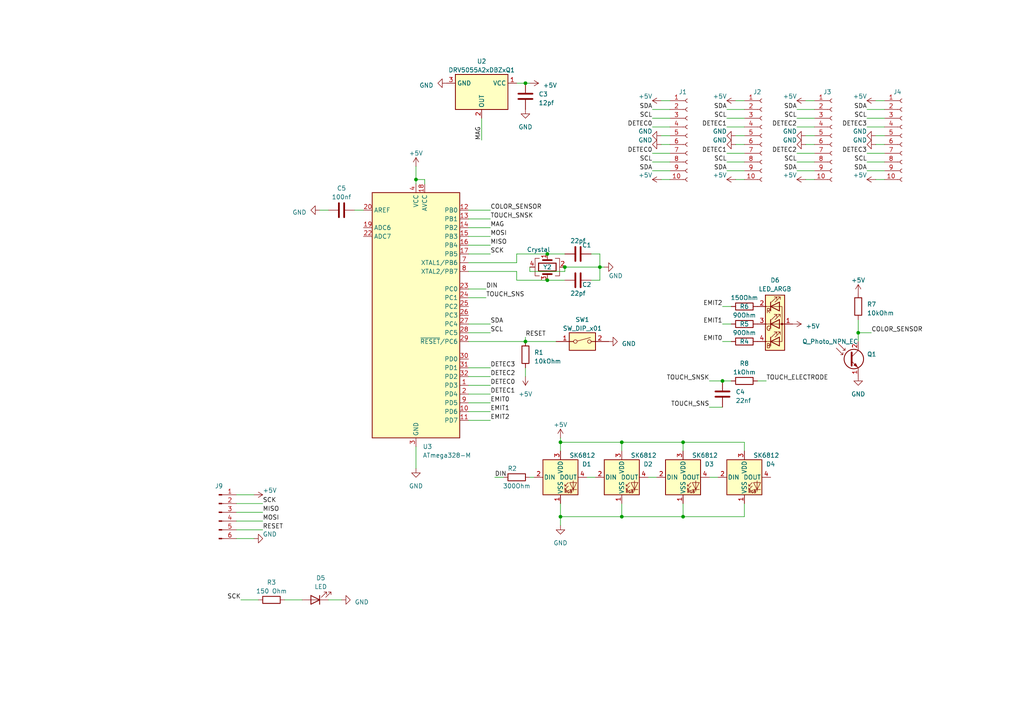
<source format=kicad_sch>
(kicad_sch (version 20230121) (generator eeschema)
  (paper "A4")
  (lib_symbols
    (symbol "Connector:Conn_01x06_Pin" (pin_names (offset 1.016) hide)
      (property "Reference" "J" (at 0 7.62 0))
      (property "Value" "Conn_01x06_Pin" (at 0 -10.16 0))
      (symbol "Conn_01x06_Pin_1_1"
        (polyline (pts (xy 1.27 -7.62) (xy 0.8636 -7.62)) (stroke (width 0.1524)))
        (polyline (pts (xy 1.27 -5.08) (xy 0.8636 -5.08)) (stroke (width 0.1524)))
        (polyline (pts (xy 1.27 -2.54) (xy 0.8636 -2.54)) (stroke (width 0.1524)))
        (polyline (pts (xy 1.27 0) (xy 0.8636 0)) (stroke (width 0.1524)))
        (polyline (pts (xy 1.27 2.54) (xy 0.8636 2.54)) (stroke (width 0.1524)))
        (polyline (pts (xy 1.27 5.08) (xy 0.8636 5.08)) (stroke (width 0.1524)))
        (rectangle (start 0.8636 -7.493) (end 0 -7.747) (stroke (width 0.1524)) (fill (type outline)))
        (rectangle (start 0.8636 -4.953) (end 0 -5.207) (stroke (width 0.1524)) (fill (type outline)))
        (rectangle (start 0.8636 -2.413) (end 0 -2.667) (stroke (width 0.1524)) (fill (type outline)))
        (rectangle (start 0.8636 0.127) (end 0 -0.127) (stroke (width 0.1524)) (fill (type outline)))
        (rectangle (start 0.8636 2.667) (end 0 2.413) (stroke (width 0.1524)) (fill (type outline)))
        (rectangle (start 0.8636 5.207) (end 0 4.953) (stroke (width 0.1524)) (fill (type outline)))
        (pin passive line (at 5.08 5.08 180) (length 3.81) (name "Pin_1") (number "1"))
        (pin passive line (at 5.08 2.54 180) (length 3.81) (name "Pin_2") (number "2"))
        (pin passive line (at 5.08 0 180) (length 3.81) (name "Pin_3") (number "3"))
        (pin passive line (at 5.08 -2.54 180) (length 3.81) (name "Pin_4") (number "4"))
        (pin passive line (at 5.08 -5.08 180) (length 3.81) (name "Pin_5") (number "5"))
        (pin passive line (at 5.08 -7.62 180) (length 3.81) (name "Pin_6") (number "6"))
      )
    )
    (symbol "Connector:Conn_01x10_Socket" (pin_names (offset 1.016) hide)
      (property "Reference" "J" (at 0 12.7 0))
      (property "Value" "Conn_01x10_Socket" (at 0 -15.24 0))
      (symbol "Conn_01x10_Socket_1_1"
        (arc (start 0 -12.192) (mid -0.5058 -12.7) (end 0 -13.208) (stroke (width 0.1524)))
        (arc (start 0 -9.652) (mid -0.5058 -10.16) (end 0 -10.668) (stroke (width 0.1524)))
        (arc (start 0 -7.112) (mid -0.5058 -7.62) (end 0 -8.128) (stroke (width 0.1524)))
        (arc (start 0 -4.572) (mid -0.5058 -5.08) (end 0 -5.588) (stroke (width 0.1524)))
        (arc (start 0 -2.032) (mid -0.5058 -2.54) (end 0 -3.048) (stroke (width 0.1524)))
        (polyline (pts (xy -1.27 -12.7) (xy -0.508 -12.7)) (stroke (width 0.1524)))
        (polyline (pts (xy -1.27 -10.16) (xy -0.508 -10.16)) (stroke (width 0.1524)))
        (polyline (pts (xy -1.27 -7.62) (xy -0.508 -7.62)) (stroke (width 0.1524)))
        (polyline (pts (xy -1.27 -5.08) (xy -0.508 -5.08)) (stroke (width 0.1524)))
        (polyline (pts (xy -1.27 -2.54) (xy -0.508 -2.54)) (stroke (width 0.1524)))
        (polyline (pts (xy -1.27 0) (xy -0.508 0)) (stroke (width 0.1524)))
        (polyline (pts (xy -1.27 2.54) (xy -0.508 2.54)) (stroke (width 0.1524)))
        (polyline (pts (xy -1.27 5.08) (xy -0.508 5.08)) (stroke (width 0.1524)))
        (polyline (pts (xy -1.27 7.62) (xy -0.508 7.62)) (stroke (width 0.1524)))
        (polyline (pts (xy -1.27 10.16) (xy -0.508 10.16)) (stroke (width 0.1524)))
        (arc (start 0 0.508) (mid -0.5058 0) (end 0 -0.508) (stroke (width 0.1524)))
        (arc (start 0 3.048) (mid -0.5058 2.54) (end 0 2.032) (stroke (width 0.1524)))
        (arc (start 0 5.588) (mid -0.5058 5.08) (end 0 4.572) (stroke (width 0.1524)))
        (arc (start 0 8.128) (mid -0.5058 7.62) (end 0 7.112) (stroke (width 0.1524)))
        (arc (start 0 10.668) (mid -0.5058 10.16) (end 0 9.652) (stroke (width 0.1524)))
        (pin passive line (at -5.08 10.16 0) (length 3.81) (name "Pin_1") (number "1"))
        (pin passive line (at -5.08 -12.7 0) (length 3.81) (name "Pin_10") (number "10"))
        (pin passive line (at -5.08 7.62 0) (length 3.81) (name "Pin_2") (number "2"))
        (pin passive line (at -5.08 5.08 0) (length 3.81) (name "Pin_3") (number "3"))
        (pin passive line (at -5.08 2.54 0) (length 3.81) (name "Pin_4") (number "4"))
        (pin passive line (at -5.08 0 0) (length 3.81) (name "Pin_5") (number "5"))
        (pin passive line (at -5.08 -2.54 0) (length 3.81) (name "Pin_6") (number "6"))
        (pin passive line (at -5.08 -5.08 0) (length 3.81) (name "Pin_7") (number "7"))
        (pin passive line (at -5.08 -7.62 0) (length 3.81) (name "Pin_8") (number "8"))
        (pin passive line (at -5.08 -10.16 0) (length 3.81) (name "Pin_9") (number "9"))
      )
    )
    (symbol "Device:C" (pin_numbers hide) (pin_names (offset 0.254))
      (property "Reference" "C" (at 0.635 2.54 0))
      (property "Value" "C" (at 0.635 -2.54 0))
      (symbol "C_0_1"
        (polyline (pts (xy -2.032 -0.762) (xy 2.032 -0.762)) (stroke (width 0.508)))
        (polyline (pts (xy -2.032 0.762) (xy 2.032 0.762)) (stroke (width 0.508)))
      )
      (symbol "C_1_1"
        (pin passive line (at 0 3.81 270) (length 2.794) (name "~") (number "1"))
        (pin passive line (at 0 -3.81 90) (length 2.794) (name "~") (number "2"))
      )
    )
    (symbol "Device:Crystal_GND24" (pin_names (offset 1.016) hide)
      (property "Reference" "Y" (at 3.175 5.08 0))
      (property "Value" "Crystal_GND24" (at 3.175 3.175 0))
      (symbol "Crystal_GND24_0_1"
        (rectangle (start -1.143 2.54) (end 1.143 -2.54) (stroke (width 0.3048)))
        (polyline (pts (xy -2.54 0) (xy -2.032 0)))
        (polyline (pts (xy -2.032 -1.27) (xy -2.032 1.27)) (stroke (width 0.508)))
        (polyline (pts (xy 0 -3.81) (xy 0 -3.556)))
        (polyline (pts (xy 0 3.556) (xy 0 3.81)))
        (polyline (pts (xy 2.032 -1.27) (xy 2.032 1.27)) (stroke (width 0.508)))
        (polyline (pts (xy 2.032 0) (xy 2.54 0)))
        (polyline (pts (xy -2.54 -2.286) (xy -2.54 -3.556) (xy 2.54 -3.556) (xy 2.54 -2.286)))
        (polyline (pts (xy -2.54 2.286) (xy -2.54 3.556) (xy 2.54 3.556) (xy 2.54 2.286)))
      )
      (symbol "Crystal_GND24_1_1"
        (pin passive line (at -3.81 0 0) (length 1.27) (name "1") (number "1"))
        (pin passive line (at 0 5.08 270) (length 1.27) (name "2") (number "2"))
        (pin passive line (at 3.81 0 180) (length 1.27) (name "3") (number "3"))
        (pin passive line (at 0 -5.08 90) (length 1.27) (name "4") (number "4"))
      )
    )
    (symbol "Device:LED" (pin_numbers hide) (pin_names (offset 1.016) hide)
      (property "Reference" "D" (at 0 2.54 0))
      (property "Value" "LED" (at 0 -2.54 0))
      (symbol "LED_0_1"
        (polyline (pts (xy -1.27 -1.27) (xy -1.27 1.27)) (stroke (width 0.254)))
        (polyline (pts (xy -1.27 0) (xy 1.27 0)))
        (polyline (pts (xy 1.27 -1.27) (xy 1.27 1.27) (xy -1.27 0) (xy 1.27 -1.27)) (stroke (width 0.254)))
        (polyline (pts (xy -3.048 -0.762) (xy -4.572 -2.286) (xy -3.81 -2.286) (xy -4.572 -2.286) (xy -4.572 -1.524)))
        (polyline (pts (xy -1.778 -0.762) (xy -3.302 -2.286) (xy -2.54 -2.286) (xy -3.302 -2.286) (xy -3.302 -1.524)))
      )
      (symbol "LED_1_1"
        (pin passive line (at -3.81 0 0) (length 2.54) (name "K") (number "1"))
        (pin passive line (at 3.81 0 180) (length 2.54) (name "A") (number "2"))
      )
    )
    (symbol "Device:LED_ARGB" (pin_names (offset 0) hide)
      (property "Reference" "D" (at 0 9.398 0))
      (property "Value" "LED_ARGB" (at 0 -8.89 0))
      (symbol "LED_ARGB_0_0"
        (text "B" (at -1.905 -6.35 0) (effects (font (size 1.27 1.27))))
        (text "G" (at -1.905 -1.27 0) (effects (font (size 1.27 1.27))))
        (text "R" (at -1.905 3.81 0) (effects (font (size 1.27 1.27))))
      )
      (symbol "LED_ARGB_0_1"
        (polyline (pts (xy -1.27 -5.08) (xy -2.54 -5.08)))
        (polyline (pts (xy -1.27 -5.08) (xy 1.27 -5.08)))
        (polyline (pts (xy -1.27 -3.81) (xy -1.27 -6.35)) (stroke (width 0.254)))
        (polyline (pts (xy -1.27 0) (xy -2.54 0)))
        (polyline (pts (xy -1.27 1.27) (xy -1.27 -1.27)) (stroke (width 0.254)))
        (polyline (pts (xy -1.27 5.08) (xy -2.54 5.08)))
        (polyline (pts (xy -1.27 5.08) (xy 1.27 5.08)))
        (polyline (pts (xy -1.27 6.35) (xy -1.27 3.81)) (stroke (width 0.254)))
        (polyline (pts (xy 1.27 0) (xy -1.27 0)))
        (polyline (pts (xy 1.27 0) (xy 2.54 0)))
        (polyline (pts (xy -1.27 1.27) (xy -1.27 -1.27) (xy -1.27 -1.27)))
        (polyline (pts (xy -1.27 6.35) (xy -1.27 3.81) (xy -1.27 3.81)))
        (polyline (pts (xy 1.27 -5.08) (xy 2.032 -5.08) (xy 2.032 5.08) (xy 1.27 5.08)))
        (polyline (pts (xy 1.27 -3.81) (xy 1.27 -6.35) (xy -1.27 -5.08) (xy 1.27 -3.81)) (stroke (width 0.254)))
        (polyline (pts (xy 1.27 1.27) (xy 1.27 -1.27) (xy -1.27 0) (xy 1.27 1.27)) (stroke (width 0.254)))
        (polyline (pts (xy 1.27 6.35) (xy 1.27 3.81) (xy -1.27 5.08) (xy 1.27 6.35)) (stroke (width 0.254)))
        (polyline (pts (xy -1.016 -3.81) (xy 0.508 -2.286) (xy -0.254 -2.286) (xy 0.508 -2.286) (xy 0.508 -3.048)))
        (polyline (pts (xy -1.016 1.27) (xy 0.508 2.794) (xy -0.254 2.794) (xy 0.508 2.794) (xy 0.508 2.032)))
        (polyline (pts (xy -1.016 6.35) (xy 0.508 7.874) (xy -0.254 7.874) (xy 0.508 7.874) (xy 0.508 7.112)))
        (polyline (pts (xy 0 -3.81) (xy 1.524 -2.286) (xy 0.762 -2.286) (xy 1.524 -2.286) (xy 1.524 -3.048)))
        (polyline (pts (xy 0 1.27) (xy 1.524 2.794) (xy 0.762 2.794) (xy 1.524 2.794) (xy 1.524 2.032)))
        (polyline (pts (xy 0 6.35) (xy 1.524 7.874) (xy 0.762 7.874) (xy 1.524 7.874) (xy 1.524 7.112)))
        (rectangle (start 1.27 -1.27) (end 1.27 1.27))
        (rectangle (start 1.27 1.27) (end 1.27 1.27))
        (rectangle (start 1.27 3.81) (end 1.27 6.35))
        (rectangle (start 1.27 6.35) (end 1.27 6.35))
        (circle (center 2.032 0) (radius 0.254) (fill (type outline)))
        (rectangle (start 2.794 8.382) (end -2.794 -7.62) (stroke (width 0.254)) (fill (type background)))
      )
      (symbol "LED_ARGB_1_1"
        (pin passive line (at 5.08 0 180) (length 2.54) (name "A") (number "1"))
        (pin passive line (at -5.08 5.08 0) (length 2.54) (name "RK") (number "2"))
        (pin passive line (at -5.08 0 0) (length 2.54) (name "GK") (number "3"))
        (pin passive line (at -5.08 -5.08 0) (length 2.54) (name "BK") (number "4"))
      )
    )
    (symbol "Device:Q_Photo_NPN_EC" (pin_names (offset 0) hide)
      (property "Reference" "Q" (at 5.08 1.27 0))
      (property "Value" "Q_Photo_NPN_EC" (at 5.08 -1.27 0))
      (symbol "Q_Photo_NPN_EC_0_1"
        (polyline (pts (xy -1.905 1.27) (xy -2.54 1.27)))
        (polyline (pts (xy -1.27 2.54) (xy -1.905 2.54)))
        (polyline (pts (xy 0.635 0.635) (xy 2.54 2.54)))
        (polyline (pts (xy -3.81 3.175) (xy -1.905 1.27) (xy -1.905 1.905)))
        (polyline (pts (xy -3.175 4.445) (xy -1.27 2.54) (xy -1.27 3.175)))
        (polyline (pts (xy 0.635 -0.635) (xy 2.54 -2.54) (xy 2.54 -2.54)))
        (polyline (pts (xy 0.635 1.905) (xy 0.635 -1.905) (xy 0.635 -1.905)) (stroke (width 0.508)))
        (polyline (pts (xy 1.27 -1.778) (xy 1.778 -1.27) (xy 2.286 -2.286) (xy 1.27 -1.778) (xy 1.27 -1.778)) (fill (type outline)))
        (circle (center 1.27 0) (radius 2.8194) (stroke (width 0.254)))
      )
      (symbol "Q_Photo_NPN_EC_1_1"
        (pin passive line (at 2.54 -5.08 90) (length 2.54) (name "E") (number "1"))
        (pin passive line (at 2.54 5.08 270) (length 2.54) (name "C") (number "2"))
      )
    )
    (symbol "Device:R" (pin_numbers hide) (pin_names (offset 0))
      (property "Reference" "R" (at 2.032 0 90))
      (property "Value" "R" (at 0 0 90))
      (symbol "R_0_1"
        (rectangle (start -1.016 -2.54) (end 1.016 2.54) (stroke (width 0.254)))
      )
      (symbol "R_1_1"
        (pin passive line (at 0 3.81 270) (length 1.27) (name "~") (number "1"))
        (pin passive line (at 0 -3.81 90) (length 1.27) (name "~") (number "2"))
      )
    )
    (symbol "LED:SK6812" (pin_names (offset 0.254))
      (property "Reference" "D" (at 5.08 5.715 0))
      (property "Value" "SK6812" (at 1.27 -5.715 0))
      (symbol "SK6812_0_0"
        (text "RGB" (at 2.286 -4.191 0) (effects (font (size 0.762 0.762))))
      )
      (symbol "SK6812_0_1"
        (polyline (pts (xy 1.27 -3.556) (xy 1.778 -3.556)))
        (polyline (pts (xy 1.27 -2.54) (xy 1.778 -2.54)))
        (polyline (pts (xy 4.699 -3.556) (xy 2.667 -3.556)))
        (polyline (pts (xy 2.286 -2.54) (xy 1.27 -3.556) (xy 1.27 -3.048)))
        (polyline (pts (xy 2.286 -1.524) (xy 1.27 -2.54) (xy 1.27 -2.032)))
        (polyline (pts (xy 3.683 -1.016) (xy 3.683 -3.556) (xy 3.683 -4.064)))
        (polyline (pts (xy 4.699 -1.524) (xy 2.667 -1.524) (xy 3.683 -3.556) (xy 4.699 -1.524)))
        (rectangle (start 5.08 5.08) (end -5.08 -5.08) (stroke (width 0.254)) (fill (type background)))
      )
      (symbol "SK6812_1_1"
        (pin power_in line (at 0 -7.62 90) (length 2.54) (name "VSS") (number "1"))
        (pin input line (at -7.62 0 0) (length 2.54) (name "DIN") (number "2"))
        (pin power_in line (at 0 7.62 270) (length 2.54) (name "VDD") (number "3"))
        (pin output line (at 7.62 0 180) (length 2.54) (name "DOUT") (number "4"))
      )
    )
    (symbol "MCU_Microchip_ATmega:ATmega328-M"
      (property "Reference" "U" (at -12.7 36.83 0))
      (property "Value" "ATmega328-M" (at 2.54 -36.83 0))
      (symbol "ATmega328-M_0_1"
        (rectangle (start -12.7 -35.56) (end 12.7 35.56) (stroke (width 0.254)) (fill (type background)))
      )
      (symbol "ATmega328-M_1_1"
        (pin bidirectional line (at 15.24 -20.32 180) (length 2.54) (name "PD3") (number "1"))
        (pin bidirectional line (at 15.24 -27.94 180) (length 2.54) (name "PD6") (number "10"))
        (pin bidirectional line (at 15.24 -30.48 180) (length 2.54) (name "PD7") (number "11"))
        (pin bidirectional line (at 15.24 30.48 180) (length 2.54) (name "PB0") (number "12"))
        (pin bidirectional line (at 15.24 27.94 180) (length 2.54) (name "PB1") (number "13"))
        (pin bidirectional line (at 15.24 25.4 180) (length 2.54) (name "PB2") (number "14"))
        (pin bidirectional line (at 15.24 22.86 180) (length 2.54) (name "PB3") (number "15"))
        (pin bidirectional line (at 15.24 20.32 180) (length 2.54) (name "PB4") (number "16"))
        (pin bidirectional line (at 15.24 17.78 180) (length 2.54) (name "PB5") (number "17"))
        (pin power_in line (at 2.54 38.1 270) (length 2.54) (name "AVCC") (number "18"))
        (pin input line (at -15.24 25.4 0) (length 2.54) (name "ADC6") (number "19"))
        (pin bidirectional line (at 15.24 -22.86 180) (length 2.54) (name "PD4") (number "2"))
        (pin passive line (at -15.24 30.48 0) (length 2.54) (name "AREF") (number "20"))
        (pin passive line (at 0 -38.1 90) (length 2.54) hide (name "GND") (number "21"))
        (pin input line (at -15.24 22.86 0) (length 2.54) (name "ADC7") (number "22"))
        (pin bidirectional line (at 15.24 7.62 180) (length 2.54) (name "PC0") (number "23"))
        (pin bidirectional line (at 15.24 5.08 180) (length 2.54) (name "PC1") (number "24"))
        (pin bidirectional line (at 15.24 2.54 180) (length 2.54) (name "PC2") (number "25"))
        (pin bidirectional line (at 15.24 0 180) (length 2.54) (name "PC3") (number "26"))
        (pin bidirectional line (at 15.24 -2.54 180) (length 2.54) (name "PC4") (number "27"))
        (pin bidirectional line (at 15.24 -5.08 180) (length 2.54) (name "PC5") (number "28"))
        (pin bidirectional line (at 15.24 -7.62 180) (length 2.54) (name "~{RESET}/PC6") (number "29"))
        (pin power_in line (at 0 -38.1 90) (length 2.54) (name "GND") (number "3"))
        (pin bidirectional line (at 15.24 -12.7 180) (length 2.54) (name "PD0") (number "30"))
        (pin bidirectional line (at 15.24 -15.24 180) (length 2.54) (name "PD1") (number "31"))
        (pin bidirectional line (at 15.24 -17.78 180) (length 2.54) (name "PD2") (number "32"))
        (pin passive line (at 0 -38.1 90) (length 2.54) hide (name "GND") (number "33"))
        (pin power_in line (at 0 38.1 270) (length 2.54) (name "VCC") (number "4"))
        (pin passive line (at 0 -38.1 90) (length 2.54) hide (name "GND") (number "5"))
        (pin passive line (at 0 38.1 270) (length 2.54) hide (name "VCC") (number "6"))
        (pin bidirectional line (at 15.24 15.24 180) (length 2.54) (name "XTAL1/PB6") (number "7"))
        (pin bidirectional line (at 15.24 12.7 180) (length 2.54) (name "XTAL2/PB7") (number "8"))
        (pin bidirectional line (at 15.24 -25.4 180) (length 2.54) (name "PD5") (number "9"))
      )
    )
    (symbol "Sensor_Magnetic:DRV5055A2xDBZxQ1"
      (property "Reference" "U" (at 2.54 12.7 0))
      (property "Value" "DRV5055A2xDBZxQ1" (at 2.54 10.16 0))
      (symbol "DRV5055A2xDBZxQ1_1_1"
        (rectangle (start -5.08 7.62) (end 5.08 -7.62) (stroke (width 0.254)) (fill (type background)))
        (pin power_in line (at -2.54 10.16 270) (length 2.54) (name "VCC") (number "1"))
        (pin output line (at 7.62 0 180) (length 2.54) (name "OUT") (number "2"))
        (pin power_in line (at -2.54 -10.16 90) (length 2.54) (name "GND") (number "3"))
      )
    )
    (symbol "Switch:SW_DIP_x01" (pin_names (offset 0) hide)
      (property "Reference" "SW" (at 0 3.81 0))
      (property "Value" "SW_DIP_x01" (at 0 -3.81 0))
      (symbol "SW_DIP_x01_0_0"
        (circle (center -2.032 0) (radius 0.508))
        (polyline (pts (xy -1.524 0.127) (xy 2.3622 1.1684)))
        (circle (center 2.032 0) (radius 0.508))
      )
      (symbol "SW_DIP_x01_0_1"
        (rectangle (start -3.81 2.54) (end 3.81 -2.54) (stroke (width 0.254)) (fill (type background)))
      )
      (symbol "SW_DIP_x01_1_1"
        (pin passive line (at -7.62 0 0) (length 5.08) (name "~") (number "1"))
        (pin passive line (at 7.62 0 180) (length 5.08) (name "~") (number "2"))
      )
    )
    (symbol "power:+5V" (power) (pin_names (offset 0))
      (property "Value" "+5V" (at 0 3.556 0))
      (symbol "+5V_0_1"
        (polyline (pts (xy -0.762 1.27) (xy 0 2.54)))
        (polyline (pts (xy 0 0) (xy 0 2.54)))
        (polyline (pts (xy 0 2.54) (xy 0.762 1.27)))
      )
      (symbol "+5V_1_1"
        (pin power_in line (at 0 0 90) (length 0) hide (name "+5V") (number "1"))
      )
    )
    (symbol "power:GND" (power) (pin_names (offset 0))
      (property "Value" "GND" (at 0 -3.81 0))
      (symbol "GND_0_1"
        (polyline (pts (xy 0 0) (xy 0 -1.27) (xy 1.27 -1.27) (xy 0 -2.54) (xy -1.27 -1.27) (xy 0 -1.27)))
      )
      (symbol "GND_1_1"
        (pin power_in line (at 0 0 270) (length 0) hide (name "GND") (number "1"))
      )
    )
  )
  (junction (at 198.12 128.27))
  (junction (at 198.12 149.86))
  (junction (at 152.4 24.13))
  (junction (at 163.83 77.47))
  (junction (at 162.56 149.86))
  (junction (at 180.34 149.86))
  (junction (at 173.99 77.47))
  (junction (at 162.56 128.27))
  (junction (at 152.4 99.06))
  (junction (at 180.34 128.27))
  (junction (at 158.75 73.66))
  (junction (at 120.65 52.07))
  (junction (at 158.75 81.28))
  (junction (at 209.55 110.49))
  (junction (at 248.92 96.52))
  (wire (pts (xy 233.68 52.07) (xy 236.22 52.07)))
  (wire (pts (xy 215.9 128.27) (xy 215.9 130.81)))
  (wire (pts (xy 135.89 73.66) (xy 142.24 73.66)))
  (wire (pts (xy 251.46 44.45) (xy 256.54 44.45)))
  (wire (pts (xy 252.73 96.52) (xy 248.92 96.52)))
  (wire (pts (xy 152.4 99.06) (xy 161.29 99.06)))
  (wire (pts (xy 135.89 93.98) (xy 142.24 93.98)))
  (wire (pts (xy 256.54 49.53) (xy 251.46 49.53)))
  (wire (pts (xy 92.71 60.96) (xy 95.25 60.96)))
  (wire (pts (xy 120.65 135.89) (xy 120.65 129.54)))
  (wire (pts (xy 142.24 111.76) (xy 135.89 111.76)))
  (wire (pts (xy 210.82 44.45) (xy 215.9 44.45)))
  (wire (pts (xy 139.7 40.64) (xy 139.7 34.29)))
  (wire (pts (xy 187.96 138.43) (xy 190.5 138.43)))
  (wire (pts (xy 170.18 138.43) (xy 172.72 138.43)))
  (wire (pts (xy 140.97 83.82) (xy 135.89 83.82)))
  (wire (pts (xy 158.75 81.28) (xy 163.83 81.28)))
  (wire (pts (xy 209.55 110.49) (xy 212.09 110.49)))
  (wire (pts (xy 149.86 78.74) (xy 149.86 81.28)))
  (wire (pts (xy 191.77 52.07) (xy 194.31 52.07)))
  (wire (pts (xy 248.92 92.71) (xy 248.92 96.52)))
  (wire (pts (xy 99.06 173.99) (xy 95.25 173.99)))
  (wire (pts (xy 162.56 130.81) (xy 162.56 128.27)))
  (wire (pts (xy 236.22 31.75) (xy 231.14 31.75)))
  (wire (pts (xy 213.36 39.37) (xy 215.9 39.37)))
  (wire (pts (xy 153.67 138.43) (xy 154.94 138.43)))
  (wire (pts (xy 210.82 46.99) (xy 215.9 46.99)))
  (wire (pts (xy 173.99 77.47) (xy 173.99 73.66)))
  (wire (pts (xy 142.24 114.3) (xy 135.89 114.3)))
  (wire (pts (xy 142.24 116.84) (xy 135.89 116.84)))
  (wire (pts (xy 152.4 109.22) (xy 152.4 106.68)))
  (wire (pts (xy 162.56 128.27) (xy 180.34 128.27)))
  (wire (pts (xy 142.24 63.5) (xy 135.89 63.5)))
  (wire (pts (xy 254 29.21) (xy 256.54 29.21)))
  (wire (pts (xy 180.34 128.27) (xy 198.12 128.27)))
  (wire (pts (xy 123.19 52.07) (xy 123.19 53.34)))
  (wire (pts (xy 135.89 99.06) (xy 152.4 99.06)))
  (wire (pts (xy 191.77 29.21) (xy 194.31 29.21)))
  (wire (pts (xy 158.75 73.66) (xy 163.83 73.66)))
  (wire (pts (xy 171.45 81.28) (xy 173.99 81.28)))
  (wire (pts (xy 233.68 41.91) (xy 236.22 41.91)))
  (wire (pts (xy 120.65 52.07) (xy 123.19 52.07)))
  (wire (pts (xy 152.4 24.13) (xy 149.86 24.13)))
  (wire (pts (xy 215.9 31.75) (xy 210.82 31.75)))
  (wire (pts (xy 248.92 96.52) (xy 248.92 99.06)))
  (wire (pts (xy 205.74 138.43) (xy 208.28 138.43)))
  (wire (pts (xy 149.86 76.2) (xy 149.86 73.66)))
  (wire (pts (xy 205.74 110.49) (xy 209.55 110.49)))
  (wire (pts (xy 142.24 96.52) (xy 135.89 96.52)))
  (wire (pts (xy 143.51 138.43) (xy 146.05 138.43)))
  (wire (pts (xy 215.9 49.53) (xy 210.82 49.53)))
  (wire (pts (xy 213.36 52.07) (xy 215.9 52.07)))
  (wire (pts (xy 194.31 49.53) (xy 189.23 49.53)))
  (wire (pts (xy 149.86 81.28) (xy 158.75 81.28)))
  (wire (pts (xy 215.9 149.86) (xy 215.9 146.05)))
  (wire (pts (xy 135.89 71.12) (xy 142.24 71.12)))
  (wire (pts (xy 162.56 127) (xy 162.56 128.27)))
  (wire (pts (xy 163.83 78.74) (xy 163.83 77.47)))
  (wire (pts (xy 142.24 121.92) (xy 135.89 121.92)))
  (wire (pts (xy 173.99 77.47) (xy 173.99 81.28)))
  (wire (pts (xy 180.34 149.86) (xy 180.34 146.05)))
  (wire (pts (xy 198.12 128.27) (xy 215.9 128.27)))
  (wire (pts (xy 189.23 44.45) (xy 194.31 44.45)))
  (wire (pts (xy 251.46 34.29) (xy 256.54 34.29)))
  (wire (pts (xy 189.23 34.29) (xy 194.31 34.29)))
  (wire (pts (xy 209.55 99.06) (xy 212.09 99.06)))
  (wire (pts (xy 213.36 29.21) (xy 215.9 29.21)))
  (wire (pts (xy 120.65 52.07) (xy 120.65 53.34)))
  (wire (pts (xy 152.4 97.79) (xy 152.4 99.06)))
  (wire (pts (xy 69.85 173.99) (xy 74.93 173.99)))
  (wire (pts (xy 68.58 146.05) (xy 76.2 146.05)))
  (wire (pts (xy 233.68 39.37) (xy 236.22 39.37)))
  (wire (pts (xy 231.14 36.83) (xy 236.22 36.83)))
  (wire (pts (xy 231.14 44.45) (xy 236.22 44.45)))
  (wire (pts (xy 209.55 93.98) (xy 212.09 93.98)))
  (wire (pts (xy 163.83 77.47) (xy 173.99 77.47)))
  (wire (pts (xy 140.97 86.36) (xy 135.89 86.36)))
  (wire (pts (xy 198.12 149.86) (xy 215.9 149.86)))
  (wire (pts (xy 135.89 78.74) (xy 149.86 78.74)))
  (wire (pts (xy 142.24 109.22) (xy 135.89 109.22)))
  (wire (pts (xy 153.67 24.13) (xy 152.4 24.13)))
  (wire (pts (xy 135.89 68.58) (xy 142.24 68.58)))
  (wire (pts (xy 194.31 36.83) (xy 189.23 36.83)))
  (wire (pts (xy 254 41.91) (xy 256.54 41.91)))
  (wire (pts (xy 236.22 49.53) (xy 231.14 49.53)))
  (wire (pts (xy 189.23 46.99) (xy 194.31 46.99)))
  (wire (pts (xy 231.14 46.99) (xy 236.22 46.99)))
  (wire (pts (xy 149.86 73.66) (xy 158.75 73.66)))
  (wire (pts (xy 120.65 48.26) (xy 120.65 52.07)))
  (wire (pts (xy 68.58 143.51) (xy 73.66 143.51)))
  (wire (pts (xy 82.55 173.99) (xy 87.63 173.99)))
  (wire (pts (xy 153.67 78.74) (xy 153.67 77.47)))
  (wire (pts (xy 153.67 78.74) (xy 163.83 78.74)))
  (wire (pts (xy 135.89 76.2) (xy 149.86 76.2)))
  (wire (pts (xy 198.12 149.86) (xy 198.12 146.05)))
  (wire (pts (xy 191.77 41.91) (xy 194.31 41.91)))
  (wire (pts (xy 198.12 128.27) (xy 198.12 130.81)))
  (wire (pts (xy 68.58 153.67) (xy 76.2 153.67)))
  (wire (pts (xy 162.56 146.05) (xy 162.56 149.86)))
  (wire (pts (xy 180.34 128.27) (xy 180.34 130.81)))
  (wire (pts (xy 142.24 66.04) (xy 135.89 66.04)))
  (wire (pts (xy 142.24 106.68) (xy 135.89 106.68)))
  (wire (pts (xy 209.55 88.9) (xy 212.09 88.9)))
  (wire (pts (xy 210.82 34.29) (xy 215.9 34.29)))
  (wire (pts (xy 254 39.37) (xy 256.54 39.37)))
  (wire (pts (xy 189.23 31.75) (xy 194.31 31.75)))
  (wire (pts (xy 251.46 46.99) (xy 256.54 46.99)))
  (wire (pts (xy 219.71 110.49) (xy 222.25 110.49)))
  (wire (pts (xy 68.58 148.59) (xy 76.2 148.59)))
  (wire (pts (xy 142.24 60.96) (xy 135.89 60.96)))
  (wire (pts (xy 210.82 36.83) (xy 215.9 36.83)))
  (wire (pts (xy 175.26 77.47) (xy 173.99 77.47)))
  (wire (pts (xy 254 52.07) (xy 256.54 52.07)))
  (wire (pts (xy 142.24 119.38) (xy 135.89 119.38)))
  (wire (pts (xy 205.74 118.11) (xy 209.55 118.11)))
  (wire (pts (xy 233.68 29.21) (xy 236.22 29.21)))
  (wire (pts (xy 162.56 149.86) (xy 180.34 149.86)))
  (wire (pts (xy 213.36 41.91) (xy 215.9 41.91)))
  (wire (pts (xy 162.56 149.86) (xy 162.56 152.4)))
  (wire (pts (xy 256.54 31.75) (xy 251.46 31.75)))
  (wire (pts (xy 251.46 36.83) (xy 256.54 36.83)))
  (wire (pts (xy 68.58 151.13) (xy 76.2 151.13)))
  (wire (pts (xy 68.58 156.21) (xy 73.66 156.21)))
  (wire (pts (xy 180.34 149.86) (xy 198.12 149.86)))
  (wire (pts (xy 231.14 34.29) (xy 236.22 34.29)))
  (wire (pts (xy 102.87 60.96) (xy 105.41 60.96)))
  (wire (pts (xy 173.99 73.66) (xy 171.45 73.66)))
  (wire (pts (xy 191.77 39.37) (xy 194.31 39.37)))
  (label "DETEC2" (at 231.14 44.45 180))
  (label "DETEC0" (at 142.24 111.76 0))
  (label "TOUCH_SNSK" (at 205.74 110.49 180))
  (label "DETEC1" (at 210.82 44.45 180))
  (label "DETEC2" (at 231.14 36.83 180))
  (label "SCL" (at 251.46 46.99 180))
  (label "MISO" (at 76.2 148.59 0))
  (label "SDA" (at 210.82 31.75 180))
  (label "EMIT2" (at 209.55 88.9 180))
  (label "DETEC3" (at 251.46 36.83 180))
  (label "SDA" (at 210.82 49.53 180))
  (label "SCK" (at 76.2 146.05 0))
  (label "DIN" (at 140.97 83.82 0))
  (label "EMIT2" (at 142.24 121.92 0))
  (label "TOUCH_SNSK" (at 142.24 63.5 0))
  (label "SDA" (at 251.46 31.75 180))
  (label "RESET" (at 152.4 97.79 0))
  (label "DETEC3" (at 251.46 44.45 180))
  (label "SDA" (at 189.23 49.53 180))
  (label "SCL" (at 142.24 96.52 0))
  (label "SCL" (at 251.46 34.29 180))
  (label "MOSI" (at 142.24 68.58 0))
  (label "DETEC0" (at 189.23 36.83 180))
  (label "SCL" (at 210.82 46.99 180))
  (label "SDA" (at 251.46 49.53 180))
  (label "TOUCH_SNS" (at 140.97 86.36 0))
  (label "SCL" (at 231.14 46.99 180))
  (label "SDA" (at 231.14 31.75 180))
  (label "SCK" (at 69.85 173.99 180))
  (label "DETEC3" (at 142.24 106.68 0))
  (label "RESET" (at 76.2 153.67 0))
  (label "TOUCH_SNS" (at 205.74 118.11 180))
  (label "SDA" (at 231.14 49.53 180))
  (label "SCL" (at 210.82 34.29 180))
  (label "EMIT1" (at 209.55 93.98 180))
  (label "COLOR_SENSOR" (at 252.73 96.52 0))
  (label "DIN" (at 143.51 138.43 0))
  (label "EMIT1" (at 142.24 119.38 0))
  (label "EMIT0" (at 209.55 99.06 180))
  (label "DETEC0" (at 189.23 44.45 180))
  (label "TOUCH_ELECTRODE" (at 222.25 110.49 0))
  (label "DETEC1" (at 142.24 114.3 0))
  (label "SDA" (at 189.23 31.75 180))
  (label "SCK" (at 142.24 73.66 0))
  (label "DETEC2" (at 142.24 109.22 0))
  (label "SCL" (at 231.14 34.29 180))
  (label "MOSI" (at 76.2 151.13 0))
  (label "MAG" (at 139.7 40.64 90))
  (label "DETEC1" (at 210.82 36.83 180))
  (label "SCL" (at 189.23 46.99 180))
  (label "SDA" (at 142.24 93.98 0))
  (label "SCL" (at 189.23 34.29 180))
  (label "MAG" (at 142.24 66.04 0))
  (label "MISO" (at 142.24 71.12 0))
  (label "EMIT0" (at 142.24 116.84 0))
  (label "COLOR_SENSOR" (at 142.24 60.96 0))
  (symbol (lib_id "Sensor_Magnetic:DRV5055A2xDBZxQ1") (at 139.7 26.67 270) (unit 1)
    (property "Reference" "U2" (at 139.7 17.78 90))
    (property "Value" "DRV5055A2xDBZxQ1" (at 139.7 20.32 90))
    (property "Footprint" "Package_TO_SOT_SMD:SOT-23" (effects hide))
    (property "Datasheet" "https://www.ti.com/lit/ds/symlink/drv5055-q1.pdf" (effects hide))
  )
  (symbol (lib_id "power:GND") (at 73.66 156.21 90) (unit 1)
    (property "Reference" "#PWR024" (effects hide))
    (property "Value" "GND" (at 76.2 154.94 90) (effects (justify right)))
  )
  (symbol (lib_id "Device:LED") (at 91.44 173.99 180) (unit 1)
    (property "Reference" "D5" (at 93.0275 167.64 0))
    (property "Value" "LED" (at 93.0275 170.18 0))
    (property "Footprint" "LED_SMD:LED_0603_1608Metric_Pad1.05x0.95mm_HandSolder" (effects hide))
  )
  (symbol (lib_id "LED:SK6812") (at 180.34 138.43 0) (unit 1)
    (property "Reference" "D2" (at 187.96 134.62 0))
    (property "Value" "SK6812" (at 186.69 132.08 0))
    (property "Footprint" "LED_SMD:LED_SK6812_PLCC4_5.0x5.0mm_P3.2mm" (effects hide))
    (property "Datasheet" "https://cdn-shop.adafruit.com/product-files/1138/SK6812+LED+datasheet+.pdf" (effects hide))
  )
  (symbol (lib_id "Device:C") (at 152.4 27.94 0) (unit 1)
    (property "Reference" "C3" (at 156.21 27.305 0) (effects (justify left)))
    (property "Value" "12pf" (at 156.21 29.845 0) (effects (justify left)))
    (property "Footprint" "Capacitor_SMD:C_0603_1608Metric_Pad1.08x0.95mm_HandSolder" (effects hide))
  )
  (symbol (lib_id "Device:R") (at 215.9 88.9 90) (unit 1)
    (property "Reference" "R6" (at 215.9 88.9 90))
    (property "Value" "150Ohm" (at 215.9 86.36 90))
    (property "Footprint" "Resistor_SMD:R_0603_1608Metric_Pad0.98x0.95mm_HandSolder" (effects hide))
  )
  (symbol (lib_id "power:+5V") (at 233.68 29.21 90) (mirror x) (unit 1)
    (property "Reference" "#PWR011" (effects hide))
    (property "Value" "+5V" (at 231.14 27.94 90) (effects (justify left)))
  )
  (symbol (lib_id "power:GND") (at 99.06 173.99 90) (unit 1)
    (property "Reference" "#PWR029" (effects hide))
    (property "Value" "GND" (at 102.87 174.625 90) (effects (justify right)))
  )
  (symbol (lib_id "power:GND") (at 254 41.91 270) (unit 1)
    (property "Reference" "#PWR040" (effects hide))
    (property "Value" "GND" (at 251.46 40.64 90) (effects (justify right)))
  )
  (symbol (lib_id "Device:R") (at 215.9 110.49 90) (unit 1)
    (property "Reference" "R8" (at 215.9 105.41 90))
    (property "Value" "1kOhm" (at 215.9 107.95 90))
    (property "Footprint" "Resistor_SMD:R_0603_1608Metric_Pad0.98x0.95mm_HandSolder" (effects hide))
  )
  (symbol (lib_id "power:GND") (at 233.68 41.91 270) (unit 1)
    (property "Reference" "#PWR036" (effects hide))
    (property "Value" "GND" (at 231.14 40.64 90) (effects (justify right)))
  )
  (symbol (lib_id "Device:Q_Photo_NPN_EC") (at 246.38 104.14 0) (unit 1)
    (property "Reference" "Q1" (at 251.46 102.7557 0) (effects (justify left)))
    (property "Value" "Q_Photo_NPN_EC" (at 248.92 99.06 0) (effects (justify right)))
    (property "Footprint" "Resistor_SMD:R_0603_1608Metric_Pad0.98x0.95mm_HandSolder" (effects hide))
  )
  (symbol (lib_id "power:+5V") (at 213.36 52.07 90) (unit 1)
    (property "Reference" "#PWR035" (effects hide))
    (property "Value" "+5V" (at 210.82 50.8 90) (effects (justify left)))
  )
  (symbol (lib_id "Device:C") (at 209.55 114.3 0) (unit 1)
    (property "Reference" "C4" (at 213.36 113.665 0) (effects (justify left)))
    (property "Value" "22nf" (at 213.36 116.205 0) (effects (justify left)))
    (property "Footprint" "Capacitor_SMD:C_0402_1005Metric_Pad0.74x0.62mm_HandSolder" (effects hide))
  )
  (symbol (lib_id "power:+5V") (at 229.87 93.98 270) (unit 1)
    (property "Reference" "#PWR030" (effects hide))
    (property "Value" "+5V" (at 233.68 94.615 90) (effects (justify left)))
  )
  (symbol (lib_id "MCU_Microchip_ATmega:ATmega328-M") (at 120.65 91.44 0) (unit 1)
    (property "Reference" "U3" (at 122.6059 129.54 0) (effects (justify left)))
    (property "Value" "ATmega328-M" (at 122.6059 132.08 0) (effects (justify left)))
    (property "Footprint" "Package_DFN_QFN:QFN-32-1EP_5x5mm_P0.5mm_EP3.1x3.1mm" (effects hide))
    (property "Datasheet" "http://ww1.microchip.com/downloads/en/DeviceDoc/ATmega328_P%20AVR%20MCU%20with%20picoPower%20Technology%20Data%20Sheet%2040001984A.pdf" (effects hide))
  )
  (symbol (lib_id "Device:R") (at 215.9 93.98 90) (unit 1)
    (property "Reference" "R5" (at 215.9 93.98 90))
    (property "Value" "90Ohm" (at 215.9 91.44 90))
    (property "Footprint" "Resistor_SMD:R_0603_1608Metric_Pad0.98x0.95mm_HandSolder" (effects hide))
  )
  (symbol (lib_id "power:GND") (at 162.56 152.4 0) (unit 1)
    (property "Reference" "#PWR02" (effects hide))
    (property "Value" "GND" (at 162.56 157.48 0))
  )
  (symbol (lib_id "Connector:Conn_01x10_Socket") (at 199.39 39.37 0) (unit 1)
    (property "Reference" "J1" (at 196.85 26.67 0) (effects (justify left)))
    (property "Value" "Conn_01x10_Socket" (effects hide))
    (property "Footprint" "Connector_PinSocket_2.54mm:PinSocket_1x10_P2.54mm_Vertical" (effects hide))
  )
  (symbol (lib_id "power:GND") (at 152.4 31.75 0) (unit 1)
    (property "Reference" "#PWR028" (effects hide))
    (property "Value" "GND" (at 152.4 36.83 0))
  )
  (symbol (lib_id "power:GND") (at 176.53 99.06 90) (unit 1)
    (property "Reference" "#PWR027" (effects hide))
    (property "Value" "GND" (at 180.34 99.695 90) (effects (justify right)))
  )
  (symbol (lib_id "power:GND") (at 213.36 39.37 270) (mirror x) (unit 1)
    (property "Reference" "#PWR08" (effects hide))
    (property "Value" "GND" (at 210.82 38.1 90) (effects (justify right)))
  )
  (symbol (lib_id "Device:LED_ARGB") (at 224.79 93.98 0) (unit 1)
    (property "Reference" "D6" (at 224.79 81.28 0))
    (property "Value" "LED_ARGB" (at 224.79 83.82 0))
    (property "Footprint" "LED_SMD:LED_WS2812B-2020_PLCC4_2.0x2.0mm" (effects hide))
  )
  (symbol (lib_id "power:+5V") (at 213.36 29.21 90) (mirror x) (unit 1)
    (property "Reference" "#PWR07" (effects hide))
    (property "Value" "+5V" (at 210.82 27.94 90) (effects (justify left)))
  )
  (symbol (lib_id "power:+5V") (at 73.66 143.51 270) (unit 1)
    (property "Reference" "#PWR025" (effects hide))
    (property "Value" "+5V" (at 76.2 142.24 90) (effects (justify left)))
  )
  (symbol (lib_id "Connector:Conn_01x10_Socket") (at 241.3 39.37 0) (unit 1)
    (property "Reference" "J3" (at 238.76 26.67 0) (effects (justify left)))
    (property "Value" "Conn_01x10_Socket" (effects hide))
    (property "Footprint" "Connector_PinSocket_2.54mm:PinSocket_1x10_P2.54mm_Vertical" (effects hide))
  )
  (symbol (lib_id "Device:R") (at 149.86 138.43 90) (unit 1)
    (property "Reference" "R2" (at 148.59 135.89 90))
    (property "Value" "300Ohm" (at 149.86 140.97 90))
    (property "Footprint" "Resistor_SMD:R_0603_1608Metric_Pad0.98x0.95mm_HandSolder" (effects hide))
  )
  (symbol (lib_id "Switch:SW_DIP_x01") (at 168.91 99.06 0) (unit 1)
    (property "Reference" "SW1" (at 168.91 92.71 0))
    (property "Value" "SW_DIP_x01" (at 168.91 95.25 0))
    (property "Footprint" "Button_Switch_SMD:SW_Push_1P1T_XKB_TS-1187A" (effects hide))
  )
  (symbol (lib_id "power:GND") (at 120.65 135.89 0) (unit 1)
    (property "Reference" "#PWR01" (effects hide))
    (property "Value" "GND" (at 120.65 140.97 0))
  )
  (symbol (lib_id "power:GND") (at 129.54 24.13 270) (unit 1)
    (property "Reference" "#PWR021" (effects hide))
    (property "Value" "GND" (at 125.73 24.765 90) (effects (justify right)))
  )
  (symbol (lib_id "power:GND") (at 233.68 39.37 270) (mirror x) (unit 1)
    (property "Reference" "#PWR012" (effects hide))
    (property "Value" "GND" (at 231.14 38.1 90) (effects (justify right)))
  )
  (symbol (lib_id "power:GND") (at 191.77 39.37 270) (mirror x) (unit 1)
    (property "Reference" "#PWR06" (effects hide))
    (property "Value" "GND" (at 189.23 38.1 90) (effects (justify right)))
  )
  (symbol (lib_id "power:+5V") (at 191.77 29.21 90) (mirror x) (unit 1)
    (property "Reference" "#PWR05" (effects hide))
    (property "Value" "+5V" (at 189.23 27.94 90) (effects (justify left)))
  )
  (symbol (lib_id "power:+5V") (at 120.65 48.26 0) (unit 1)
    (property "Reference" "#PWR04" (effects hide))
    (property "Value" "+5V" (at 120.65 44.45 0))
  )
  (symbol (lib_id "power:GND") (at 254 39.37 270) (mirror x) (unit 1)
    (property "Reference" "#PWR039" (effects hide))
    (property "Value" "GND" (at 251.46 38.1 90) (effects (justify right)))
  )
  (symbol (lib_id "Device:Crystal_GND24") (at 158.75 77.47 270) (unit 1)
    (property "Reference" "Y2" (at 158.75 77.47 90))
    (property "Value" "Crystal" (at 156.21 72.39 90))
    (property "Footprint" "Crystal:Crystal_SMD_3225-4Pin_3.2x2.5mm_HandSoldering" (effects hide))
  )
  (symbol (lib_id "power:+5V") (at 248.92 85.09 0) (unit 1)
    (property "Reference" "#PWR031" (effects hide))
    (property "Value" "+5V" (at 248.92 81.28 0))
  )
  (symbol (lib_id "LED:SK6812") (at 198.12 138.43 0) (unit 1)
    (property "Reference" "D3" (at 205.74 134.62 0))
    (property "Value" "SK6812" (at 204.47 132.08 0))
    (property "Footprint" "LED_SMD:LED_SK6812_PLCC4_5.0x5.0mm_P3.2mm" (effects hide))
    (property "Datasheet" "https://cdn-shop.adafruit.com/product-files/1138/SK6812+LED+datasheet+.pdf" (effects hide))
  )
  (symbol (lib_id "Device:C") (at 167.64 73.66 90) (unit 1)
    (property "Reference" "C1" (at 170.18 71.12 90))
    (property "Value" "22pf" (at 167.64 69.85 90))
    (property "Footprint" "Capacitor_SMD:C_0603_1608Metric_Pad1.08x0.95mm_HandSolder" (effects hide))
  )
  (symbol (lib_id "Connector:Conn_01x10_Socket") (at 261.62 39.37 0) (unit 1)
    (property "Reference" "J4" (at 259.08 26.67 0) (effects (justify left)))
    (property "Value" "Conn_01x10_Socket" (effects hide))
    (property "Footprint" "Connector_PinSocket_2.54mm:PinSocket_1x10_P2.54mm_Vertical" (effects hide))
  )
  (symbol (lib_id "LED:SK6812") (at 162.56 138.43 0) (unit 1)
    (property "Reference" "D1" (at 170.18 134.62 0))
    (property "Value" "SK6812" (at 168.91 132.08 0))
    (property "Footprint" "LED_SMD:LED_SK6812_PLCC4_5.0x5.0mm_P3.2mm" (effects hide))
    (property "Datasheet" "https://cdn-shop.adafruit.com/product-files/1138/SK6812+LED+datasheet+.pdf" (effects hide))
  )
  (symbol (lib_id "power:GND") (at 175.26 77.47 90) (unit 1)
    (property "Reference" "#PWR023" (effects hide))
    (property "Value" "GND" (at 176.53 80.01 90) (effects (justify right)))
  )
  (symbol (lib_id "power:+5V") (at 152.4 109.22 180) (unit 1)
    (property "Reference" "#PWR026" (effects hide))
    (property "Value" "+5V" (at 152.4 114.3 0))
  )
  (symbol (lib_id "Device:R") (at 215.9 99.06 270) (unit 1)
    (property "Reference" "R4" (at 215.9 99.06 90))
    (property "Value" "90Ohm" (at 215.9 96.52 90))
    (property "Footprint" "Resistor_SMD:R_0603_1608Metric_Pad0.98x0.95mm_HandSolder" (effects hide))
  )
  (symbol (lib_id "power:+5V") (at 191.77 52.07 90) (unit 1)
    (property "Reference" "#PWR09" (effects hide))
    (property "Value" "+5V" (at 189.23 50.8 90) (effects (justify left)))
  )
  (symbol (lib_id "Device:R") (at 248.92 88.9 0) (unit 1)
    (property "Reference" "R7" (at 251.46 88.265 0) (effects (justify left)))
    (property "Value" "10kOhm" (at 251.46 90.805 0) (effects (justify left)))
    (property "Footprint" "Resistor_SMD:R_0603_1608Metric_Pad0.98x0.95mm_HandSolder" (effects hide))
  )
  (symbol (lib_id "power:+5V") (at 153.67 24.13 270) (unit 1)
    (property "Reference" "#PWR022" (effects hide))
    (property "Value" "+5V" (at 157.48 24.765 90) (effects (justify left)))
  )
  (symbol (lib_id "Connector:Conn_01x06_Pin") (at 63.5 148.59 0) (unit 1)
    (property "Reference" "J9" (at 63.5 140.97 0))
    (property "Value" "Conn_01x06_Pin" (effects hide))
    (property "Footprint" "Connector_PinHeader_2.54mm:PinHeader_1x06_P2.54mm_Vertical" (effects hide))
  )
  (symbol (lib_id "power:+5V") (at 162.56 127 0) (unit 1)
    (property "Reference" "#PWR03" (effects hide))
    (property "Value" "+5V" (at 162.56 123.19 0))
  )
  (symbol (lib_id "LED:SK6812") (at 215.9 138.43 0) (unit 1)
    (property "Reference" "D4" (at 223.52 134.62 0))
    (property "Value" "SK6812" (at 222.25 132.08 0))
    (property "Footprint" "LED_SMD:LED_SK6812_PLCC4_5.0x5.0mm_P3.2mm" (effects hide))
    (property "Datasheet" "https://cdn-shop.adafruit.com/product-files/1138/SK6812+LED+datasheet+.pdf" (effects hide))
  )
  (symbol (lib_id "power:+5V") (at 254 52.07 90) (unit 1)
    (property "Reference" "#PWR041" (effects hide))
    (property "Value" "+5V" (at 251.46 50.8 90) (effects (justify left)))
  )
  (symbol (lib_id "power:GND") (at 248.92 109.22 0) (unit 1)
    (property "Reference" "#PWR032" (effects hide))
    (property "Value" "GND" (at 248.92 114.3 0))
  )
  (symbol (lib_id "power:GND") (at 92.71 60.96 270) (unit 1)
    (property "Reference" "#PWR033" (effects hide))
    (property "Value" "GND" (at 88.9 61.595 90) (effects (justify right)))
  )
  (symbol (lib_id "power:+5V") (at 254 29.21 90) (mirror x) (unit 1)
    (property "Reference" "#PWR038" (effects hide))
    (property "Value" "+5V" (at 251.46 27.94 90) (effects (justify left)))
  )
  (symbol (lib_id "Device:R") (at 152.4 102.87 0) (unit 1)
    (property "Reference" "R1" (at 154.94 102.235 0) (effects (justify left)))
    (property "Value" "10kOhm" (at 154.94 104.775 0) (effects (justify left)))
    (property "Footprint" "Resistor_SMD:R_0603_1608Metric_Pad0.98x0.95mm_HandSolder" (effects hide))
  )
  (symbol (lib_id "Device:C") (at 167.64 81.28 90) (unit 1)
    (property "Reference" "C2" (at 170.18 82.55 90))
    (property "Value" "22pf" (at 167.64 85.09 90))
    (property "Footprint" "Capacitor_SMD:C_0603_1608Metric_Pad1.08x0.95mm_HandSolder" (effects hide))
  )
  (symbol (lib_id "Device:C") (at 99.06 60.96 90) (unit 1)
    (property "Reference" "C5" (at 99.06 54.61 90))
    (property "Value" "100nf" (at 99.06 57.15 90))
    (property "Footprint" "Capacitor_SMD:C_0603_1608Metric_Pad1.08x0.95mm_HandSolder" (effects hide))
  )
  (symbol (lib_id "power:GND") (at 213.36 41.91 270) (unit 1)
    (property "Reference" "#PWR034" (effects hide))
    (property "Value" "GND" (at 210.82 40.64 90) (effects (justify right)))
  )
  (symbol (lib_id "power:GND") (at 191.77 41.91 270) (unit 1)
    (property "Reference" "#PWR010" (effects hide))
    (property "Value" "GND" (at 189.23 40.64 90) (effects (justify right)))
  )
  (symbol (lib_id "Device:R") (at 78.74 173.99 90) (unit 1)
    (property "Reference" "R3" (at 78.74 168.91 90))
    (property "Value" "150 Ohm" (at 78.74 171.45 90))
    (property "Footprint" "Resistor_SMD:R_0603_1608Metric_Pad0.98x0.95mm_HandSolder" (effects hide))
  )
  (symbol (lib_id "Connector:Conn_01x10_Socket") (at 220.98 39.37 0) (unit 1)
    (property "Reference" "J2" (at 218.44 26.67 0) (effects (justify left)))
    (property "Value" "Conn_01x10_Socket" (effects hide))
    (property "Footprint" "Connector_PinSocket_2.54mm:PinSocket_1x10_P2.54mm_Vertical" (effects hide))
  )
  (symbol (lib_id "power:+5V") (at 233.68 52.07 90) (unit 1)
    (property "Reference" "#PWR037" (effects hide))
    (property "Value" "+5V" (at 231.14 50.8 90) (effects (justify left)))
  )
)
</source>
